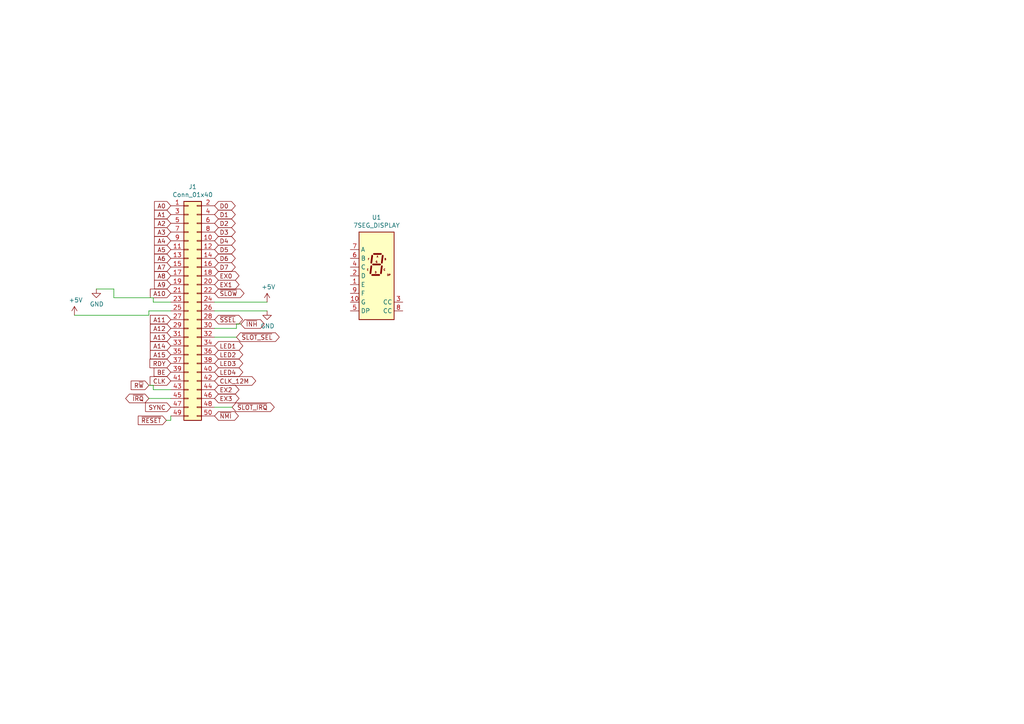
<source format=kicad_sch>
(kicad_sch (version 20211123) (generator eeschema)
  (paper "A4")
  (lib_symbols
    (symbol "Connector_Generic:Conn_02x25_Odd_Even" (pin_names (offset 1.016) hide)
      (property "Reference" "J" (at 1.27 33.02 0))
      (property "Value" "Conn_02x25_Odd_Even" (at 1.27 -33.02 0))
      (symbol "Conn_02x25_Odd_Even_1_1"
        (rectangle (start -1.27 -30.353) (end 0 -30.607) (stroke (width 0.1524)))
        (rectangle (start -1.27 -27.813) (end 0 -28.067) (stroke (width 0.1524)))
        (rectangle (start -1.27 -25.273) (end 0 -25.527) (stroke (width 0.1524)))
        (rectangle (start -1.27 -22.733) (end 0 -22.987) (stroke (width 0.1524)))
        (rectangle (start -1.27 -20.193) (end 0 -20.447) (stroke (width 0.1524)))
        (rectangle (start -1.27 -17.653) (end 0 -17.907) (stroke (width 0.1524)))
        (rectangle (start -1.27 -15.113) (end 0 -15.367) (stroke (width 0.1524)))
        (rectangle (start -1.27 -12.573) (end 0 -12.827) (stroke (width 0.1524)))
        (rectangle (start -1.27 -10.033) (end 0 -10.287) (stroke (width 0.1524)))
        (rectangle (start -1.27 -7.493) (end 0 -7.747) (stroke (width 0.1524)))
        (rectangle (start -1.27 -4.953) (end 0 -5.207) (stroke (width 0.1524)))
        (rectangle (start -1.27 -2.413) (end 0 -2.667) (stroke (width 0.1524)))
        (rectangle (start -1.27 0.127) (end 0 -0.127) (stroke (width 0.1524)))
        (rectangle (start -1.27 2.667) (end 0 2.413) (stroke (width 0.1524)))
        (rectangle (start -1.27 5.207) (end 0 4.953) (stroke (width 0.1524)))
        (rectangle (start -1.27 7.747) (end 0 7.493) (stroke (width 0.1524)))
        (rectangle (start -1.27 10.287) (end 0 10.033) (stroke (width 0.1524)))
        (rectangle (start -1.27 12.827) (end 0 12.573) (stroke (width 0.1524)))
        (rectangle (start -1.27 15.367) (end 0 15.113) (stroke (width 0.1524)))
        (rectangle (start -1.27 17.907) (end 0 17.653) (stroke (width 0.1524)))
        (rectangle (start -1.27 20.447) (end 0 20.193) (stroke (width 0.1524)))
        (rectangle (start -1.27 22.987) (end 0 22.733) (stroke (width 0.1524)))
        (rectangle (start -1.27 25.527) (end 0 25.273) (stroke (width 0.1524)))
        (rectangle (start -1.27 28.067) (end 0 27.813) (stroke (width 0.1524)))
        (rectangle (start -1.27 30.607) (end 0 30.353) (stroke (width 0.1524)))
        (rectangle (start -1.27 31.75) (end 3.81 -31.75) (stroke (width 0.254)) (fill (type background)))
        (rectangle (start 3.81 -30.353) (end 2.54 -30.607) (stroke (width 0.1524)))
        (rectangle (start 3.81 -27.813) (end 2.54 -28.067) (stroke (width 0.1524)))
        (rectangle (start 3.81 -25.273) (end 2.54 -25.527) (stroke (width 0.1524)))
        (rectangle (start 3.81 -22.733) (end 2.54 -22.987) (stroke (width 0.1524)))
        (rectangle (start 3.81 -20.193) (end 2.54 -20.447) (stroke (width 0.1524)))
        (rectangle (start 3.81 -17.653) (end 2.54 -17.907) (stroke (width 0.1524)))
        (rectangle (start 3.81 -15.113) (end 2.54 -15.367) (stroke (width 0.1524)))
        (rectangle (start 3.81 -12.573) (end 2.54 -12.827) (stroke (width 0.1524)))
        (rectangle (start 3.81 -10.033) (end 2.54 -10.287) (stroke (width 0.1524)))
        (rectangle (start 3.81 -7.493) (end 2.54 -7.747) (stroke (width 0.1524)))
        (rectangle (start 3.81 -4.953) (end 2.54 -5.207) (stroke (width 0.1524)))
        (rectangle (start 3.81 -2.413) (end 2.54 -2.667) (stroke (width 0.1524)))
        (rectangle (start 3.81 0.127) (end 2.54 -0.127) (stroke (width 0.1524)))
        (rectangle (start 3.81 2.667) (end 2.54 2.413) (stroke (width 0.1524)))
        (rectangle (start 3.81 5.207) (end 2.54 4.953) (stroke (width 0.1524)))
        (rectangle (start 3.81 7.747) (end 2.54 7.493) (stroke (width 0.1524)))
        (rectangle (start 3.81 10.287) (end 2.54 10.033) (stroke (width 0.1524)))
        (rectangle (start 3.81 12.827) (end 2.54 12.573) (stroke (width 0.1524)))
        (rectangle (start 3.81 15.367) (end 2.54 15.113) (stroke (width 0.1524)))
        (rectangle (start 3.81 17.907) (end 2.54 17.653) (stroke (width 0.1524)))
        (rectangle (start 3.81 20.447) (end 2.54 20.193) (stroke (width 0.1524)))
        (rectangle (start 3.81 22.987) (end 2.54 22.733) (stroke (width 0.1524)))
        (rectangle (start 3.81 25.527) (end 2.54 25.273) (stroke (width 0.1524)))
        (rectangle (start 3.81 28.067) (end 2.54 27.813) (stroke (width 0.1524)))
        (rectangle (start 3.81 30.607) (end 2.54 30.353) (stroke (width 0.1524)))
        (pin passive line (at -5.08 30.48 0) (length 3.81) (name "Pin_1") (number "1"))
        (pin passive line (at 7.62 20.32 180) (length 3.81) (name "Pin_10") (number "10"))
        (pin passive line (at -5.08 17.78 0) (length 3.81) (name "Pin_11") (number "11"))
        (pin passive line (at 7.62 17.78 180) (length 3.81) (name "Pin_12") (number "12"))
        (pin passive line (at -5.08 15.24 0) (length 3.81) (name "Pin_13") (number "13"))
        (pin passive line (at 7.62 15.24 180) (length 3.81) (name "Pin_14") (number "14"))
        (pin passive line (at -5.08 12.7 0) (length 3.81) (name "Pin_15") (number "15"))
        (pin passive line (at 7.62 12.7 180) (length 3.81) (name "Pin_16") (number "16"))
        (pin passive line (at -5.08 10.16 0) (length 3.81) (name "Pin_17") (number "17"))
        (pin passive line (at 7.62 10.16 180) (length 3.81) (name "Pin_18") (number "18"))
        (pin passive line (at -5.08 7.62 0) (length 3.81) (name "Pin_19") (number "19"))
        (pin passive line (at 7.62 30.48 180) (length 3.81) (name "Pin_2") (number "2"))
        (pin passive line (at 7.62 7.62 180) (length 3.81) (name "Pin_20") (number "20"))
        (pin passive line (at -5.08 5.08 0) (length 3.81) (name "Pin_21") (number "21"))
        (pin passive line (at 7.62 5.08 180) (length 3.81) (name "Pin_22") (number "22"))
        (pin passive line (at -5.08 2.54 0) (length 3.81) (name "Pin_23") (number "23"))
        (pin passive line (at 7.62 2.54 180) (length 3.81) (name "Pin_24") (number "24"))
        (pin passive line (at -5.08 0 0) (length 3.81) (name "Pin_25") (number "25"))
        (pin passive line (at 7.62 0 180) (length 3.81) (name "Pin_26") (number "26"))
        (pin passive line (at -5.08 -2.54 0) (length 3.81) (name "Pin_27") (number "27"))
        (pin passive line (at 7.62 -2.54 180) (length 3.81) (name "Pin_28") (number "28"))
        (pin passive line (at -5.08 -5.08 0) (length 3.81) (name "Pin_29") (number "29"))
        (pin passive line (at -5.08 27.94 0) (length 3.81) (name "Pin_3") (number "3"))
        (pin passive line (at 7.62 -5.08 180) (length 3.81) (name "Pin_30") (number "30"))
        (pin passive line (at -5.08 -7.62 0) (length 3.81) (name "Pin_31") (number "31"))
        (pin passive line (at 7.62 -7.62 180) (length 3.81) (name "Pin_32") (number "32"))
        (pin passive line (at -5.08 -10.16 0) (length 3.81) (name "Pin_33") (number "33"))
        (pin passive line (at 7.62 -10.16 180) (length 3.81) (name "Pin_34") (number "34"))
        (pin passive line (at -5.08 -12.7 0) (length 3.81) (name "Pin_35") (number "35"))
        (pin passive line (at 7.62 -12.7 180) (length 3.81) (name "Pin_36") (number "36"))
        (pin passive line (at -5.08 -15.24 0) (length 3.81) (name "Pin_37") (number "37"))
        (pin passive line (at 7.62 -15.24 180) (length 3.81) (name "Pin_38") (number "38"))
        (pin passive line (at -5.08 -17.78 0) (length 3.81) (name "Pin_39") (number "39"))
        (pin passive line (at 7.62 27.94 180) (length 3.81) (name "Pin_4") (number "4"))
        (pin passive line (at 7.62 -17.78 180) (length 3.81) (name "Pin_40") (number "40"))
        (pin passive line (at -5.08 -20.32 0) (length 3.81) (name "Pin_41") (number "41"))
        (pin passive line (at 7.62 -20.32 180) (length 3.81) (name "Pin_42") (number "42"))
        (pin passive line (at -5.08 -22.86 0) (length 3.81) (name "Pin_43") (number "43"))
        (pin passive line (at 7.62 -22.86 180) (length 3.81) (name "Pin_44") (number "44"))
        (pin passive line (at -5.08 -25.4 0) (length 3.81) (name "Pin_45") (number "45"))
        (pin passive line (at 7.62 -25.4 180) (length 3.81) (name "Pin_46") (number "46"))
        (pin passive line (at -5.08 -27.94 0) (length 3.81) (name "Pin_47") (number "47"))
        (pin passive line (at 7.62 -27.94 180) (length 3.81) (name "Pin_48") (number "48"))
        (pin passive line (at -5.08 -30.48 0) (length 3.81) (name "Pin_49") (number "49"))
        (pin passive line (at -5.08 25.4 0) (length 3.81) (name "Pin_5") (number "5"))
        (pin passive line (at 7.62 -30.48 180) (length 3.81) (name "Pin_50") (number "50"))
        (pin passive line (at 7.62 25.4 180) (length 3.81) (name "Pin_6") (number "6"))
        (pin passive line (at -5.08 22.86 0) (length 3.81) (name "Pin_7") (number "7"))
        (pin passive line (at 7.62 22.86 180) (length 3.81) (name "Pin_8") (number "8"))
        (pin passive line (at -5.08 20.32 0) (length 3.81) (name "Pin_9") (number "9"))
      )
    )
    (symbol "Display_Character:D198K"
      (property "Reference" "U" (at -2.54 13.97 0))
      (property "Value" "D198K" (at 1.27 13.97 0))
      (symbol "D198K_0_0"
        (text "A" (at 0.254 5.588 0) (effects (font (size 0.508 0.508))))
        (text "B" (at 2.54 4.826 0) (effects (font (size 0.508 0.508))))
        (text "C" (at 2.286 1.778 0) (effects (font (size 0.508 0.508))))
        (text "D" (at -0.254 1.016 0) (effects (font (size 0.508 0.508))))
        (text "DP" (at 3.556 0.254 0) (effects (font (size 0.508 0.508))))
        (text "E" (at -2.54 1.778 0) (effects (font (size 0.508 0.508))))
        (text "F" (at -2.286 4.826 0) (effects (font (size 0.508 0.508))))
        (text "G" (at 0 4.064 0) (effects (font (size 0.508 0.508))))
      )
      (symbol "D198K_0_1"
        (rectangle (start -5.08 12.7) (end 5.08 -12.7) (stroke (width 0.254)) (fill (type background)))
        (polyline (pts (xy -1.524 2.794) (xy -1.778 0.762)) (stroke (width 0.508)))
        (polyline (pts (xy -1.27 0.254) (xy 0.762 0.254)) (stroke (width 0.508)))
        (polyline (pts (xy -1.27 5.842) (xy -1.524 3.81)) (stroke (width 0.508)))
        (polyline (pts (xy -1.016 3.302) (xy 1.016 3.302)) (stroke (width 0.508)))
        (polyline (pts (xy -0.762 6.35) (xy 1.27 6.35)) (stroke (width 0.508)))
        (polyline (pts (xy 1.524 2.794) (xy 1.27 0.762)) (stroke (width 0.508)))
        (polyline (pts (xy 1.778 5.842) (xy 1.524 3.81)) (stroke (width 0.508)))
        (polyline (pts (xy 2.54 0.254) (xy 2.54 0.254)) (stroke (width 0.508)))
      )
      (symbol "D198K_1_1"
        (pin input line (at -7.62 -2.54 0) (length 2.54) (name "E") (number "1"))
        (pin input line (at -7.62 -7.62 0) (length 2.54) (name "G") (number "10"))
        (pin input line (at -7.62 0 0) (length 2.54) (name "D") (number "2"))
        (pin input line (at 7.62 -7.62 180) (length 2.54) (name "CC") (number "3"))
        (pin input line (at -7.62 2.54 0) (length 2.54) (name "C") (number "4"))
        (pin input line (at -7.62 -10.16 0) (length 2.54) (name "DP") (number "5"))
        (pin input line (at -7.62 5.08 0) (length 2.54) (name "B") (number "6"))
        (pin input line (at -7.62 7.62 0) (length 2.54) (name "A") (number "7"))
        (pin input line (at 7.62 -10.16 180) (length 2.54) (name "CC") (number "8"))
        (pin input line (at -7.62 -5.08 0) (length 2.54) (name "F") (number "9"))
      )
    )
    (symbol "power:+5V" (power) (pin_names (offset 0))
      (property "Value" "+5V" (at 0 3.556 0))
      (symbol "+5V_0_1"
        (polyline (pts (xy -0.762 1.27) (xy 0 2.54)))
        (polyline (pts (xy 0 0) (xy 0 2.54)))
        (polyline (pts (xy 0 2.54) (xy 0.762 1.27)))
      )
      (symbol "+5V_1_1"
        (pin power_in line (at 0 0 90) (length 0) hide (name "+5V") (number "1"))
      )
    )
    (symbol "power:GND" (power) (pin_names (offset 0))
      (property "Value" "GND" (at 0 -3.81 0))
      (symbol "GND_0_1"
        (polyline (pts (xy 0 0) (xy 0 -1.27) (xy 1.27 -1.27) (xy 0 -2.54) (xy -1.27 -1.27) (xy 0 -1.27)))
      )
      (symbol "GND_1_1"
        (pin power_in line (at 0 0 270) (length 0) hide (name "GND") (number "1"))
      )
    )
  )
  (wire (pts (xy 43.18 111.76) (xy 44.45 111.76)))
  (wire (pts (xy 49.53 121.92) (xy 49.53 120.65)))
  (wire (pts (xy 43.18 91.44) (xy 43.18 90.17)))
  (wire (pts (xy 33.02 86.36) (xy 44.45 86.36)))
  (wire (pts (xy 49.53 90.17) (xy 43.18 90.17)))
  (wire (pts (xy 68.58 97.79) (xy 62.23 97.79)))
  (wire (pts (xy 43.18 115.57) (xy 49.53 115.57)))
  (wire (pts (xy 21.59 91.44) (xy 43.18 91.44)))
  (wire (pts (xy 44.45 87.63) (xy 44.45 86.36)))
  (wire (pts (xy 44.45 87.63) (xy 49.53 87.63)))
  (wire (pts (xy 68.58 95.25) (xy 62.23 95.25)))
  (wire (pts (xy 62.23 90.17) (xy 77.47 90.17)))
  (wire (pts (xy 44.45 113.03) (xy 49.53 113.03)))
  (wire (pts (xy 67.31 118.11) (xy 62.23 118.11)))
  (wire (pts (xy 48.26 121.92) (xy 49.53 121.92)))
  (wire (pts (xy 33.02 83.82) (xy 27.94 83.82)))
  (wire (pts (xy 44.45 111.76) (xy 44.45 113.03)))
  (wire (pts (xy 68.58 93.98) (xy 68.58 95.25)))
  (wire (pts (xy 62.23 87.63) (xy 77.47 87.63)))
  (wire (pts (xy 33.02 86.36) (xy 33.02 83.82)))
  (wire (pts (xy 69.85 93.98) (xy 68.58 93.98)))
  (global_label "~{SLOT_IRQ}" (shape bidirectional) (at 67.31 118.11 0) (property "Intersheet References" "${INTERSHEET_REFS}" (effects hide)))
  (global_label "A12" (shape input) (at 49.53 95.25 180) (property "Intersheet References" "${INTERSHEET_REFS}" (effects hide)))
  (global_label "D7" (shape bidirectional) (at 62.23 77.47 0) (property "Intersheet References" "${INTERSHEET_REFS}" (effects hide)))
  (global_label "A7" (shape input) (at 49.53 77.47 180) (property "Intersheet References" "${INTERSHEET_REFS}" (effects hide)))
  (global_label "A9" (shape input) (at 49.53 82.55 180) (property "Intersheet References" "${INTERSHEET_REFS}" (effects hide)))
  (global_label "D3" (shape bidirectional) (at 62.23 67.31 0) (property "Intersheet References" "${INTERSHEET_REFS}" (effects hide)))
  (global_label "~{SLOT_SEL}" (shape bidirectional) (at 68.58 97.79 0) (property "Intersheet References" "${INTERSHEET_REFS}" (effects hide)))
  (global_label "LED1" (shape bidirectional) (at 62.23 100.33 0) (property "Intersheet References" "${INTERSHEET_REFS}" (effects hide)))
  (global_label "A13" (shape input) (at 49.53 97.79 180) (property "Intersheet References" "${INTERSHEET_REFS}" (effects hide)))
  (global_label "D5" (shape bidirectional) (at 62.23 72.39 0) (property "Intersheet References" "${INTERSHEET_REFS}" (effects hide)))
  (global_label "A11" (shape input) (at 49.53 92.71 180) (property "Intersheet References" "${INTERSHEET_REFS}" (effects hide)))
  (global_label "A4" (shape input) (at 49.53 69.85 180) (property "Intersheet References" "${INTERSHEET_REFS}" (effects hide)))
  (global_label "SYNC" (shape input) (at 49.53 118.11 180) (property "Intersheet References" "${INTERSHEET_REFS}" (effects hide)))
  (global_label "A14" (shape input) (at 49.53 100.33 180) (property "Intersheet References" "${INTERSHEET_REFS}" (effects hide)))
  (global_label "A1" (shape input) (at 49.53 62.23 180) (property "Intersheet References" "${INTERSHEET_REFS}" (effects hide)))
  (global_label "~{NMI}" (shape bidirectional) (at 62.23 120.65 0) (property "Intersheet References" "${INTERSHEET_REFS}" (effects hide)))
  (global_label "BE" (shape input) (at 49.53 107.95 180) (property "Intersheet References" "${INTERSHEET_REFS}" (effects hide)))
  (global_label "D1" (shape bidirectional) (at 62.23 62.23 0) (property "Intersheet References" "${INTERSHEET_REFS}" (effects hide)))
  (global_label "A2" (shape input) (at 49.53 64.77 180) (property "Intersheet References" "${INTERSHEET_REFS}" (effects hide)))
  (global_label "A6" (shape input) (at 49.53 74.93 180) (property "Intersheet References" "${INTERSHEET_REFS}" (effects hide)))
  (global_label "A3" (shape input) (at 49.53 67.31 180) (property "Intersheet References" "${INTERSHEET_REFS}" (effects hide)))
  (global_label "LED2" (shape bidirectional) (at 62.23 102.87 0) (property "Intersheet References" "${INTERSHEET_REFS}" (effects hide)))
  (global_label "CLK" (shape input) (at 49.53 110.49 180) (property "Intersheet References" "${INTERSHEET_REFS}" (effects hide)))
  (global_label "EX0" (shape bidirectional) (at 62.23 80.01 0) (property "Intersheet References" "${INTERSHEET_REFS}" (effects hide)))
  (global_label "~{SLOW}" (shape bidirectional) (at 62.23 85.09 0) (property "Intersheet References" "${INTERSHEET_REFS}" (effects hide)))
  (global_label "R~{W}" (shape input) (at 43.18 111.76 180) (property "Intersheet References" "${INTERSHEET_REFS}" (effects hide)))
  (global_label "LED3" (shape bidirectional) (at 62.23 105.41 0) (property "Intersheet References" "${INTERSHEET_REFS}" (effects hide)))
  (global_label "EX1" (shape bidirectional) (at 62.23 82.55 0) (property "Intersheet References" "${INTERSHEET_REFS}" (effects hide)))
  (global_label "D2" (shape bidirectional) (at 62.23 64.77 0) (property "Intersheet References" "${INTERSHEET_REFS}" (effects hide)))
  (global_label "D6" (shape bidirectional) (at 62.23 74.93 0) (property "Intersheet References" "${INTERSHEET_REFS}" (effects hide)))
  (global_label "EX3" (shape bidirectional) (at 62.23 115.57 0) (property "Intersheet References" "${INTERSHEET_REFS}" (effects hide)))
  (global_label "A15" (shape input) (at 49.53 102.87 180) (property "Intersheet References" "${INTERSHEET_REFS}" (effects hide)))
  (global_label "EX2" (shape bidirectional) (at 62.23 113.03 0) (property "Intersheet References" "${INTERSHEET_REFS}" (effects hide)))
  (global_label "LED4" (shape bidirectional) (at 62.23 107.95 0) (property "Intersheet References" "${INTERSHEET_REFS}" (effects hide)))
  (global_label "RDY" (shape input) (at 49.53 105.41 180) (property "Intersheet References" "${INTERSHEET_REFS}" (effects hide)))
  (global_label "CLK_12M" (shape bidirectional) (at 62.23 110.49 0) (property "Intersheet References" "${INTERSHEET_REFS}" (effects hide)))
  (global_label "~{SSEL}" (shape bidirectional) (at 62.23 92.71 0) (property "Intersheet References" "${INTERSHEET_REFS}" (effects hide)))
  (global_label "D4" (shape bidirectional) (at 62.23 69.85 0) (property "Intersheet References" "${INTERSHEET_REFS}" (effects hide)))
  (global_label "~{INH}" (shape bidirectional) (at 69.85 93.98 0) (property "Intersheet References" "${INTERSHEET_REFS}" (effects hide)))
  (global_label "A0" (shape input) (at 49.53 59.69 180) (property "Intersheet References" "${INTERSHEET_REFS}" (effects hide)))
  (global_label "A8" (shape input) (at 49.53 80.01 180) (property "Intersheet References" "${INTERSHEET_REFS}" (effects hide)))
  (global_label "~{RESET}" (shape input) (at 48.26 121.92 180) (property "Intersheet References" "${INTERSHEET_REFS}" (effects hide)))
  (global_label "D0" (shape bidirectional) (at 62.23 59.69 0) (property "Intersheet References" "${INTERSHEET_REFS}" (effects hide)))
  (global_label "~{IRQ}" (shape bidirectional) (at 43.18 115.57 180) (property "Intersheet References" "${INTERSHEET_REFS}" (effects hide)))
  (global_label "A5" (shape input) (at 49.53 72.39 180) (property "Intersheet References" "${INTERSHEET_REFS}" (effects hide)))
  (global_label "A10" (shape input) (at 49.53 85.09 180) (property "Intersheet References" "${INTERSHEET_REFS}" (effects hide)))
  (symbol (lib_id "Connector_Generic:Conn_02x25_Odd_Even") (at 54.61 90.17 0) (unit 1)
    (property "Reference" "J1" (at 55.88 54.1782 0))
    (property "Value" "Conn_01x40" (at 55.88 56.4896 0))
    (property "Footprint" "Connector_PinHeader_2.54mm:PinHeader_2x25_P2.54mm_Horizontal" (effects hide))
  )
  (symbol (lib_id "power:+5V") (at 77.47 87.63 0) (unit 1)
    (property "Reference" "#PWR0101" (effects hide))
    (property "Value" "+5V" (at 77.851 83.2358 0))
  )
  (symbol (lib_id "power:+5V") (at 21.59 91.44 0) (unit 1)
    (property "Reference" "#PWR0102" (effects hide))
    (property "Value" "+5V" (at 21.971 87.0458 0))
  )
  (symbol (lib_id "power:GND") (at 77.47 90.17 0) (unit 1)
    (property "Reference" "#PWR0103" (effects hide))
    (property "Value" "GND" (at 77.597 94.5642 0))
  )
  (symbol (lib_id "power:GND") (at 27.94 83.82 0) (unit 1)
    (property "Reference" "#PWR0104" (effects hide))
    (property "Value" "GND" (at 28.067 88.2142 0))
  )
  (symbol (lib_id "Display_Character:D198K") (at 109.22 80.01 0) (unit 1)
    (property "Reference" "U1" (at 109.22 63.0682 0))
    (property "Value" "7SEG_DISPLAY" (at 109.22 65.3796 0))
    (property "Footprint" "Display_7Segment:D1X8K" (effects hide))
    (property "Datasheet" "https://ia800903.us.archive.org/24/items/CTKD1x8K/Cromatek%20D168K.pdf" (effects hide))
  )
)
</source>
